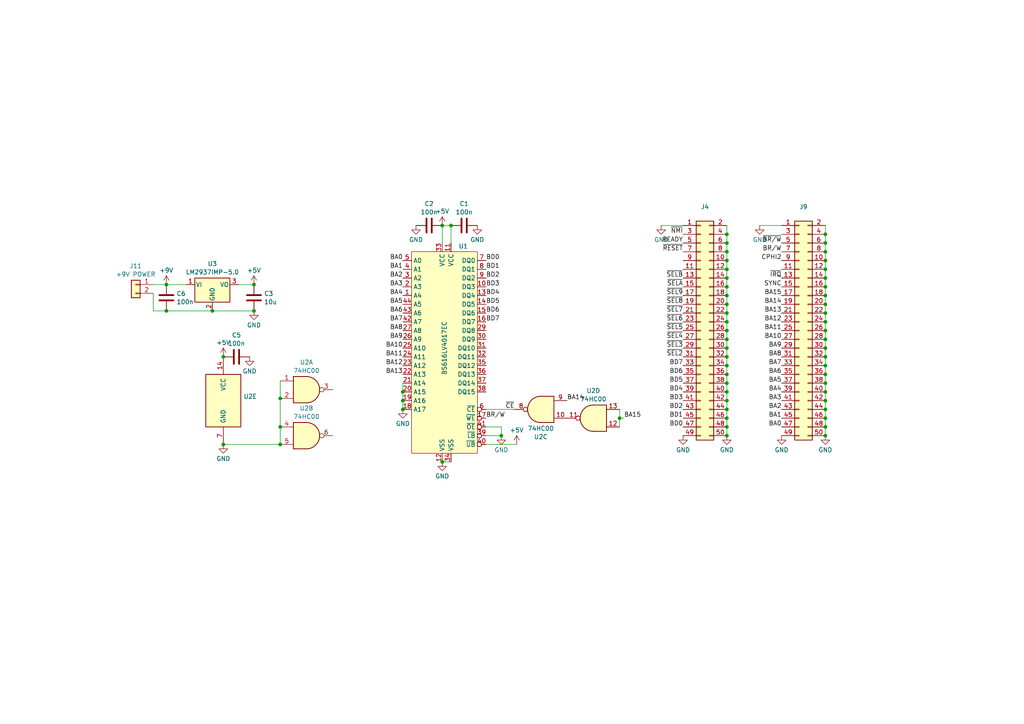
<source format=kicad_sch>
(kicad_sch (version 20230121) (generator eeschema)
  (paper "A4")
  (title_block (title "CBM PET SRAM Expansion") (date "2023-11-12") (rev "2") (company "CCC Basel"))
  (lib_symbols
    (symbol "74xx:74HC00" (pin_names (offset 1.016))
      (property "Reference" "U" (at 0 1.27 0))
      (property "Value" "74HC00" (at 0 -1.27 0))
      (symbol "74HC00_1_1"
        (arc (start 0 -3.81) (mid 3.7934 0) (end 0 3.81) (stroke (width 0.254)) (fill (type background)))
        (polyline (pts (xy 0 3.81) (xy -3.81 3.81) (xy -3.81 -3.81) (xy 0 -3.81)) (stroke (width 0.254)) (fill (type background)))
        (pin input line (at -7.62 2.54 0) (length 3.81) (name "~") (number "1"))
        (pin input line (at -7.62 -2.54 0) (length 3.81) (name "~") (number "2"))
        (pin output inverted (at 7.62 0 180) (length 3.81) (name "~") (number "3"))
      )
      (symbol "74HC00_1_2"
        (arc (start -3.81 -3.81) (mid -2.589 0) (end -3.81 3.81) (stroke (width 0.254)))
        (arc (start -0.6096 -3.81) (mid 2.1842 -2.5851) (end 3.81 0) (stroke (width 0.254)) (fill (type background)))
        (polyline (pts (xy -3.81 -3.81) (xy -0.635 -3.81)) (stroke (width 0.254)) (fill (type background)))
        (polyline (pts (xy -3.81 3.81) (xy -0.635 3.81)) (stroke (width 0.254)) (fill (type background)))
        (polyline (pts (xy -0.635 3.81) (xy -3.81 3.81) (xy -3.81 3.81) (xy -3.556 3.4036) (xy -3.0226 2.2606) (xy -2.6924 1.0414) (xy -2.6162 -0.254) (xy -2.7686 -1.4986) (xy -3.175 -2.7178) (xy -3.81 -3.81) (xy -3.81 -3.81) (xy -0.635 -3.81)) (stroke (width -25.4)) (fill (type background)))
        (arc (start 3.81 0) (mid 2.1915 2.5936) (end -0.6096 3.81) (stroke (width 0.254)) (fill (type background)))
        (pin input inverted (at -7.62 2.54 0) (length 4.318) (name "~") (number "1"))
        (pin input inverted (at -7.62 -2.54 0) (length 4.318) (name "~") (number "2"))
        (pin output line (at 7.62 0 180) (length 3.81) (name "~") (number "3"))
      )
      (symbol "74HC00_2_1"
        (arc (start 0 -3.81) (mid 3.7934 0) (end 0 3.81) (stroke (width 0.254)) (fill (type background)))
        (polyline (pts (xy 0 3.81) (xy -3.81 3.81) (xy -3.81 -3.81) (xy 0 -3.81)) (stroke (width 0.254)) (fill (type background)))
        (pin input line (at -7.62 2.54 0) (length 3.81) (name "~") (number "4"))
        (pin input line (at -7.62 -2.54 0) (length 3.81) (name "~") (number "5"))
        (pin output inverted (at 7.62 0 180) (length 3.81) (name "~") (number "6"))
      )
      (symbol "74HC00_2_2"
        (arc (start -3.81 -3.81) (mid -2.589 0) (end -3.81 3.81) (stroke (width 0.254)))
        (arc (start -0.6096 -3.81) (mid 2.1842 -2.5851) (end 3.81 0) (stroke (width 0.254)) (fill (type background)))
        (polyline (pts (xy -3.81 -3.81) (xy -0.635 -3.81)) (stroke (width 0.254)) (fill (type background)))
        (polyline (pts (xy -3.81 3.81) (xy -0.635 3.81)) (stroke (width 0.254)) (fill (type background)))
        (polyline (pts (xy -0.635 3.81) (xy -3.81 3.81) (xy -3.81 3.81) (xy -3.556 3.4036) (xy -3.0226 2.2606) (xy -2.6924 1.0414) (xy -2.6162 -0.254) (xy -2.7686 -1.4986) (xy -3.175 -2.7178) (xy -3.81 -3.81) (xy -3.81 -3.81) (xy -0.635 -3.81)) (stroke (width -25.4)) (fill (type background)))
        (arc (start 3.81 0) (mid 2.1915 2.5936) (end -0.6096 3.81) (stroke (width 0.254)) (fill (type background)))
        (pin input inverted (at -7.62 2.54 0) (length 4.318) (name "~") (number "4"))
        (pin input inverted (at -7.62 -2.54 0) (length 4.318) (name "~") (number "5"))
        (pin output line (at 7.62 0 180) (length 3.81) (name "~") (number "6"))
      )
      (symbol "74HC00_3_1"
        (arc (start 0 -3.81) (mid 3.7934 0) (end 0 3.81) (stroke (width 0.254)) (fill (type background)))
        (polyline (pts (xy 0 3.81) (xy -3.81 3.81) (xy -3.81 -3.81) (xy 0 -3.81)) (stroke (width 0.254)) (fill (type background)))
        (pin input line (at -7.62 -2.54 0) (length 3.81) (name "~") (number "10"))
        (pin output inverted (at 7.62 0 180) (length 3.81) (name "~") (number "8"))
        (pin input line (at -7.62 2.54 0) (length 3.81) (name "~") (number "9"))
      )
      (symbol "74HC00_3_2"
        (arc (start -3.81 -3.81) (mid -2.589 0) (end -3.81 3.81) (stroke (width 0.254)))
        (arc (start -0.6096 -3.81) (mid 2.1842 -2.5851) (end 3.81 0) (stroke (width 0.254)) (fill (type background)))
        (polyline (pts (xy -3.81 -3.81) (xy -0.635 -3.81)) (stroke (width 0.254)) (fill (type background)))
        (polyline (pts (xy -3.81 3.81) (xy -0.635 3.81)) (stroke (width 0.254)) (fill (type background)))
        (polyline (pts (xy -0.635 3.81) (xy -3.81 3.81) (xy -3.81 3.81) (xy -3.556 3.4036) (xy -3.0226 2.2606) (xy -2.6924 1.0414) (xy -2.6162 -0.254) (xy -2.7686 -1.4986) (xy -3.175 -2.7178) (xy -3.81 -3.81) (xy -3.81 -3.81) (xy -0.635 -3.81)) (stroke (width -25.4)) (fill (type background)))
        (arc (start 3.81 0) (mid 2.1915 2.5936) (end -0.6096 3.81) (stroke (width 0.254)) (fill (type background)))
        (pin input inverted (at -7.62 -2.54 0) (length 4.318) (name "~") (number "10"))
        (pin output line (at 7.62 0 180) (length 3.81) (name "~") (number "8"))
        (pin input inverted (at -7.62 2.54 0) (length 4.318) (name "~") (number "9"))
      )
      (symbol "74HC00_4_1"
        (arc (start 0 -3.81) (mid 3.7934 0) (end 0 3.81) (stroke (width 0.254)) (fill (type background)))
        (polyline (pts (xy 0 3.81) (xy -3.81 3.81) (xy -3.81 -3.81) (xy 0 -3.81)) (stroke (width 0.254)) (fill (type background)))
        (pin output inverted (at 7.62 0 180) (length 3.81) (name "~") (number "11"))
        (pin input line (at -7.62 2.54 0) (length 3.81) (name "~") (number "12"))
        (pin input line (at -7.62 -2.54 0) (length 3.81) (name "~") (number "13"))
      )
      (symbol "74HC00_4_2"
        (arc (start -3.81 -3.81) (mid -2.589 0) (end -3.81 3.81) (stroke (width 0.254)))
        (arc (start -0.6096 -3.81) (mid 2.1842 -2.5851) (end 3.81 0) (stroke (width 0.254)) (fill (type background)))
        (polyline (pts (xy -3.81 -3.81) (xy -0.635 -3.81)) (stroke (width 0.254)) (fill (type background)))
        (polyline (pts (xy -3.81 3.81) (xy -0.635 3.81)) (stroke (width 0.254)) (fill (type background)))
        (polyline (pts (xy -0.635 3.81) (xy -3.81 3.81) (xy -3.81 3.81) (xy -3.556 3.4036) (xy -3.0226 2.2606) (xy -2.6924 1.0414) (xy -2.6162 -0.254) (xy -2.7686 -1.4986) (xy -3.175 -2.7178) (xy -3.81 -3.81) (xy -3.81 -3.81) (xy -0.635 -3.81)) (stroke (width -25.4)) (fill (type background)))
        (arc (start 3.81 0) (mid 2.1915 2.5936) (end -0.6096 3.81) (stroke (width 0.254)) (fill (type background)))
        (pin output line (at 7.62 0 180) (length 3.81) (name "~") (number "11"))
        (pin input inverted (at -7.62 2.54 0) (length 4.318) (name "~") (number "12"))
        (pin input inverted (at -7.62 -2.54 0) (length 4.318) (name "~") (number "13"))
      )
      (symbol "74HC00_5_0"
        (pin power_in line (at 0 12.7 270) (length 5.08) (name "VCC") (number "14"))
        (pin power_in line (at 0 -12.7 90) (length 5.08) (name "GND") (number "7"))
      )
      (symbol "74HC00_5_1"
        (rectangle (start -5.08 7.62) (end 5.08 -7.62) (stroke (width 0.254)) (fill (type background)))
      )
    )
    (symbol "Connector_Generic:Conn_01x02" (pin_names (offset 1.016) hide)
      (property "Reference" "J" (at 0 2.54 0))
      (property "Value" "Conn_01x02" (at 0 -5.08 0))
      (symbol "Conn_01x02_1_1"
        (rectangle (start -1.27 -2.413) (end 0 -2.667) (stroke (width 0.1524)))
        (rectangle (start -1.27 0.127) (end 0 -0.127) (stroke (width 0.1524)))
        (rectangle (start -1.27 1.27) (end 1.27 -3.81) (stroke (width 0.254)) (fill (type background)))
        (pin passive line (at -5.08 0 0) (length 3.81) (name "Pin_1") (number "1"))
        (pin passive line (at -5.08 -2.54 0) (length 3.81) (name "Pin_2") (number "2"))
      )
    )
    (symbol "Connector_Generic:Conn_02x25_Odd_Even" (pin_names (offset 1.016) hide)
      (property "Reference" "J" (at 1.27 33.02 0))
      (property "Value" "Conn_02x25_Odd_Even" (at 1.27 -33.02 0))
      (symbol "Conn_02x25_Odd_Even_1_1"
        (rectangle (start -1.27 -30.353) (end 0 -30.607) (stroke (width 0.1524)))
        (rectangle (start -1.27 -27.813) (end 0 -28.067) (stroke (width 0.1524)))
        (rectangle (start -1.27 -25.273) (end 0 -25.527) (stroke (width 0.1524)))
        (rectangle (start -1.27 -22.733) (end 0 -22.987) (stroke (width 0.1524)))
        (rectangle (start -1.27 -20.193) (end 0 -20.447) (stroke (width 0.1524)))
        (rectangle (start -1.27 -17.653) (end 0 -17.907) (stroke (width 0.1524)))
        (rectangle (start -1.27 -15.113) (end 0 -15.367) (stroke (width 0.1524)))
        (rectangle (start -1.27 -12.573) (end 0 -12.827) (stroke (width 0.1524)))
        (rectangle (start -1.27 -10.033) (end 0 -10.287) (stroke (width 0.1524)))
        (rectangle (start -1.27 -7.493) (end 0 -7.747) (stroke (width 0.1524)))
        (rectangle (start -1.27 -4.953) (end 0 -5.207) (stroke (width 0.1524)))
        (rectangle (start -1.27 -2.413) (end 0 -2.667) (stroke (width 0.1524)))
        (rectangle (start -1.27 0.127) (end 0 -0.127) (stroke (width 0.1524)))
        (rectangle (start -1.27 2.667) (end 0 2.413) (stroke (width 0.1524)))
        (rectangle (start -1.27 5.207) (end 0 4.953) (stroke (width 0.1524)))
        (rectangle (start -1.27 7.747) (end 0 7.493) (stroke (width 0.1524)))
        (rectangle (start -1.27 10.287) (end 0 10.033) (stroke (width 0.1524)))
        (rectangle (start -1.27 12.827) (end 0 12.573) (stroke (width 0.1524)))
        (rectangle (start -1.27 15.367) (end 0 15.113) (stroke (width 0.1524)))
        (rectangle (start -1.27 17.907) (end 0 17.653) (stroke (width 0.1524)))
        (rectangle (start -1.27 20.447) (end 0 20.193) (stroke (width 0.1524)))
        (rectangle (start -1.27 22.987) (end 0 22.733) (stroke (width 0.1524)))
        (rectangle (start -1.27 25.527) (end 0 25.273) (stroke (width 0.1524)))
        (rectangle (start -1.27 28.067) (end 0 27.813) (stroke (width 0.1524)))
        (rectangle (start -1.27 30.607) (end 0 30.353) (stroke (width 0.1524)))
        (rectangle (start -1.27 31.75) (end 3.81 -31.75) (stroke (width 0.254)) (fill (type background)))
        (rectangle (start 3.81 -30.353) (end 2.54 -30.607) (stroke (width 0.1524)))
        (rectangle (start 3.81 -27.813) (end 2.54 -28.067) (stroke (width 0.1524)))
        (rectangle (start 3.81 -25.273) (end 2.54 -25.527) (stroke (width 0.1524)))
        (rectangle (start 3.81 -22.733) (end 2.54 -22.987) (stroke (width 0.1524)))
        (rectangle (start 3.81 -20.193) (end 2.54 -20.447) (stroke (width 0.1524)))
        (rectangle (start 3.81 -17.653) (end 2.54 -17.907) (stroke (width 0.1524)))
        (rectangle (start 3.81 -15.113) (end 2.54 -15.367) (stroke (width 0.1524)))
        (rectangle (start 3.81 -12.573) (end 2.54 -12.827) (stroke (width 0.1524)))
        (rectangle (start 3.81 -10.033) (end 2.54 -10.287) (stroke (width 0.1524)))
        (rectangle (start 3.81 -7.493) (end 2.54 -7.747) (stroke (width 0.1524)))
        (rectangle (start 3.81 -4.953) (end 2.54 -5.207) (stroke (width 0.1524)))
        (rectangle (start 3.81 -2.413) (end 2.54 -2.667) (stroke (width 0.1524)))
        (rectangle (start 3.81 0.127) (end 2.54 -0.127) (stroke (width 0.1524)))
        (rectangle (start 3.81 2.667) (end 2.54 2.413) (stroke (width 0.1524)))
        (rectangle (start 3.81 5.207) (end 2.54 4.953) (stroke (width 0.1524)))
        (rectangle (start 3.81 7.747) (end 2.54 7.493) (stroke (width 0.1524)))
        (rectangle (start 3.81 10.287) (end 2.54 10.033) (stroke (width 0.1524)))
        (rectangle (start 3.81 12.827) (end 2.54 12.573) (stroke (width 0.1524)))
        (rectangle (start 3.81 15.367) (end 2.54 15.113) (stroke (width 0.1524)))
        (rectangle (start 3.81 17.907) (end 2.54 17.653) (stroke (width 0.1524)))
        (rectangle (start 3.81 20.447) (end 2.54 20.193) (stroke (width 0.1524)))
        (rectangle (start 3.81 22.987) (end 2.54 22.733) (stroke (width 0.1524)))
        (rectangle (start 3.81 25.527) (end 2.54 25.273) (stroke (width 0.1524)))
        (rectangle (start 3.81 28.067) (end 2.54 27.813) (stroke (width 0.1524)))
        (rectangle (start 3.81 30.607) (end 2.54 30.353) (stroke (width 0.1524)))
        (pin passive line (at -5.08 30.48 0) (length 3.81) (name "Pin_1") (number "1"))
        (pin passive line (at 7.62 20.32 180) (length 3.81) (name "Pin_10") (number "10"))
        (pin passive line (at -5.08 17.78 0) (length 3.81) (name "Pin_11") (number "11"))
        (pin passive line (at 7.62 17.78 180) (length 3.81) (name "Pin_12") (number "12"))
        (pin passive line (at -5.08 15.24 0) (length 3.81) (name "Pin_13") (number "13"))
        (pin passive line (at 7.62 15.24 180) (length 3.81) (name "Pin_14") (number "14"))
        (pin passive line (at -5.08 12.7 0) (length 3.81) (name "Pin_15") (number "15"))
        (pin passive line (at 7.62 12.7 180) (length 3.81) (name "Pin_16") (number "16"))
        (pin passive line (at -5.08 10.16 0) (length 3.81) (name "Pin_17") (number "17"))
        (pin passive line (at 7.62 10.16 180) (length 3.81) (name "Pin_18") (number "18"))
        (pin passive line (at -5.08 7.62 0) (length 3.81) (name "Pin_19") (number "19"))
        (pin passive line (at 7.62 30.48 180) (length 3.81) (name "Pin_2") (number "2"))
        (pin passive line (at 7.62 7.62 180) (length 3.81) (name "Pin_20") (number "20"))
        (pin passive line (at -5.08 5.08 0) (length 3.81) (name "Pin_21") (number "21"))
        (pin passive line (at 7.62 5.08 180) (length 3.81) (name "Pin_22") (number "22"))
        (pin passive line (at -5.08 2.54 0) (length 3.81) (name "Pin_23") (number "23"))
        (pin passive line (at 7.62 2.54 180) (length 3.81) (name "Pin_24") (number "24"))
        (pin passive line (at -5.08 0 0) (length 3.81) (name "Pin_25") (number "25"))
        (pin passive line (at 7.62 0 180) (length 3.81) (name "Pin_26") (number "26"))
        (pin passive line (at -5.08 -2.54 0) (length 3.81) (name "Pin_27") (number "27"))
        (pin passive line (at 7.62 -2.54 180) (length 3.81) (name "Pin_28") (number "28"))
        (pin passive line (at -5.08 -5.08 0) (length 3.81) (name "Pin_29") (number "29"))
        (pin passive line (at -5.08 27.94 0) (length 3.81) (name "Pin_3") (number "3"))
        (pin passive line (at 7.62 -5.08 180) (length 3.81) (name "Pin_30") (number "30"))
        (pin passive line (at -5.08 -7.62 0) (length 3.81) (name "Pin_31") (number "31"))
        (pin passive line (at 7.62 -7.62 180) (length 3.81) (name "Pin_32") (number "32"))
        (pin passive line (at -5.08 -10.16 0) (length 3.81) (name "Pin_33") (number "33"))
        (pin passive line (at 7.62 -10.16 180) (length 3.81) (name "Pin_34") (number "34"))
        (pin passive line (at -5.08 -12.7 0) (length 3.81) (name "Pin_35") (number "35"))
        (pin passive line (at 7.62 -12.7 180) (length 3.81) (name "Pin_36") (number "36"))
        (pin passive line (at -5.08 -15.24 0) (length 3.81) (name "Pin_37") (number "37"))
        (pin passive line (at 7.62 -15.24 180) (length 3.81) (name "Pin_38") (number "38"))
        (pin passive line (at -5.08 -17.78 0) (length 3.81) (name "Pin_39") (number "39"))
        (pin passive line (at 7.62 27.94 180) (length 3.81) (name "Pin_4") (number "4"))
        (pin passive line (at 7.62 -17.78 180) (length 3.81) (name "Pin_40") (number "40"))
        (pin passive line (at -5.08 -20.32 0) (length 3.81) (name "Pin_41") (number "41"))
        (pin passive line (at 7.62 -20.32 180) (length 3.81) (name "Pin_42") (number "42"))
        (pin passive line (at -5.08 -22.86 0) (length 3.81) (name "Pin_43") (number "43"))
        (pin passive line (at 7.62 -22.86 180) (length 3.81) (name "Pin_44") (number "44"))
        (pin passive line (at -5.08 -25.4 0) (length 3.81) (name "Pin_45") (number "45"))
        (pin passive line (at 7.62 -25.4 180) (length 3.81) (name "Pin_46") (number "46"))
        (pin passive line (at -5.08 -27.94 0) (length 3.81) (name "Pin_47") (number "47"))
        (pin passive line (at 7.62 -27.94 180) (length 3.81) (name "Pin_48") (number "48"))
        (pin passive line (at -5.08 -30.48 0) (length 3.81) (name "Pin_49") (number "49"))
        (pin passive line (at -5.08 25.4 0) (length 3.81) (name "Pin_5") (number "5"))
        (pin passive line (at 7.62 -30.48 180) (length 3.81) (name "Pin_50") (number "50"))
        (pin passive line (at 7.62 25.4 180) (length 3.81) (name "Pin_6") (number "6"))
        (pin passive line (at -5.08 22.86 0) (length 3.81) (name "Pin_7") (number "7"))
        (pin passive line (at 7.62 22.86 180) (length 3.81) (name "Pin_8") (number "8"))
        (pin passive line (at -5.08 20.32 0) (length 3.81) (name "Pin_9") (number "9"))
      )
    )
    (symbol "Device:C" (pin_numbers hide) (pin_names (offset 0.254))
      (property "Reference" "C" (at 0.635 2.54 0))
      (property "Value" "C" (at 0.635 -2.54 0))
      (symbol "C_0_1"
        (polyline (pts (xy -2.032 -0.762) (xy 2.032 -0.762)) (stroke (width 0.508)))
        (polyline (pts (xy -2.032 0.762) (xy 2.032 0.762)) (stroke (width 0.508)))
      )
      (symbol "C_1_1"
        (pin passive line (at 0 3.81 270) (length 2.794) (name "~") (number "1"))
        (pin passive line (at 0 -3.81 90) (length 2.794) (name "~") (number "2"))
      )
    )
    (symbol "Regulator_Linear:LM2937xMP" (pin_names (offset 0.254))
      (property "Reference" "U" (at -3.81 3.175 0))
      (property "Value" "LM2937xMP" (at 0 3.175 0))
      (symbol "LM2937xMP_0_1"
        (rectangle (start -5.08 -5.08) (end 5.08 1.905) (stroke (width 0.254)) (fill (type background)))
      )
      (symbol "LM2937xMP_1_1"
        (pin power_in line (at -7.62 0 0) (length 2.54) (name "VI") (number "1"))
        (pin power_in line (at 0 -7.62 90) (length 2.54) (name "GND") (number "2"))
        (pin power_out line (at 7.62 0 180) (length 2.54) (name "VO") (number "3"))
      )
    )
    (symbol "oni:BS616LV4017EC"
      (property "Reference" "U" (at 5.08 -30.48 0))
      (property "Value" "BS616LV4017EC" (at 0 0 90))
      (symbol "BS616LV4017EC_1_1"
        (rectangle (start -10.16 29.21) (end 8.89 -29.21) (fill (type background)))
        (pin input line (at -12.7 16.51 0) (length 2.54) (name "A4") (number "1"))
        (pin tri_state line (at 11.43 19.05 180) (length 2.54) (name "DQ3") (number "10"))
        (pin power_in line (at 1.27 31.75 270) (length 2.54) (name "VCC") (number "11"))
        (pin power_in line (at -1.27 -31.75 90) (length 2.54) (name "VSS") (number "12"))
        (pin tri_state line (at 11.43 16.51 180) (length 2.54) (name "DQ4") (number "13"))
        (pin tri_state line (at 11.43 13.97 180) (length 2.54) (name "DQ5") (number "14"))
        (pin tri_state line (at 11.43 11.43 180) (length 2.54) (name "DQ6") (number "15"))
        (pin tri_state line (at 11.43 8.89 180) (length 2.54) (name "DQ7") (number "16"))
        (pin input inverted (at 11.43 -19.05 180) (length 2.54) (name "~{WE}") (number "17"))
        (pin input line (at -12.7 -16.51 0) (length 2.54) (name "A17") (number "18"))
        (pin input line (at -12.7 -13.97 0) (length 2.54) (name "A16") (number "19"))
        (pin input line (at -12.7 19.05 0) (length 2.54) (name "A3") (number "2"))
        (pin input line (at -12.7 -11.43 0) (length 2.54) (name "A15") (number "20"))
        (pin input line (at -12.7 -8.89 0) (length 2.54) (name "A14") (number "21"))
        (pin input line (at -12.7 -6.35 0) (length 2.54) (name "A13") (number "22"))
        (pin input line (at -12.7 -3.81 0) (length 2.54) (name "A12") (number "23"))
        (pin input line (at -12.7 -1.27 0) (length 2.54) (name "A11") (number "24"))
        (pin input line (at -12.7 1.27 0) (length 2.54) (name "A10") (number "25"))
        (pin input line (at -12.7 3.81 0) (length 2.54) (name "A9") (number "26"))
        (pin input line (at -12.7 6.35 0) (length 2.54) (name "A8") (number "27"))
        (pin no_connect line (at -12.7 -26.67 0) (length 2.54) hide (name "NC") (number "28"))
        (pin tri_state line (at 11.43 6.35 180) (length 2.54) (name "DQ8") (number "29"))
        (pin input line (at -12.7 21.59 0) (length 2.54) (name "A2") (number "3"))
        (pin tri_state line (at 11.43 3.81 180) (length 2.54) (name "DQ9") (number "30"))
        (pin tri_state line (at 11.43 1.27 180) (length 2.54) (name "DQ10") (number "31"))
        (pin tri_state line (at 11.43 -1.27 180) (length 2.54) (name "DQ11") (number "32"))
        (pin power_in line (at -1.27 31.75 270) (length 2.54) (name "VCC") (number "33"))
        (pin power_in line (at 1.27 -31.75 90) (length 2.54) (name "VSS") (number "34"))
        (pin tri_state line (at 11.43 -3.81 180) (length 2.54) (name "DQ12") (number "35"))
        (pin tri_state line (at 11.43 -6.35 180) (length 2.54) (name "DQ13") (number "36"))
        (pin tri_state line (at 11.43 -8.89 180) (length 2.54) (name "DQ14") (number "37"))
        (pin tri_state line (at 11.43 -11.43 180) (length 2.54) (name "DQ15") (number "38"))
        (pin input inverted (at 11.43 -24.13 180) (length 2.54) (name "~{LB}") (number "39"))
        (pin input line (at -12.7 24.13 0) (length 2.54) (name "A1") (number "4"))
        (pin input inverted (at 11.43 -26.67 180) (length 2.54) (name "~{UB}") (number "40"))
        (pin input inverted (at 11.43 -21.59 180) (length 2.54) (name "~{OE}") (number "41"))
        (pin input line (at -12.7 8.89 0) (length 2.54) (name "A7") (number "42"))
        (pin input line (at -12.7 11.43 0) (length 2.54) (name "A6") (number "43"))
        (pin input line (at -12.7 13.97 0) (length 2.54) (name "A5") (number "44"))
        (pin input line (at -12.7 26.67 0) (length 2.54) (name "A0") (number "5"))
        (pin input inverted (at 11.43 -16.51 180) (length 2.54) (name "~{CE}") (number "6"))
        (pin tri_state line (at 11.43 26.67 180) (length 2.54) (name "DQ0") (number "7"))
        (pin tri_state line (at 11.43 24.13 180) (length 2.54) (name "DQ1") (number "8"))
        (pin tri_state line (at 11.43 21.59 180) (length 2.54) (name "DQ2") (number "9"))
      )
    )
    (symbol "power:+5V" (power) (pin_names (offset 0))
      (property "Value" "+5V" (at 0 3.556 0))
      (symbol "+5V_0_1"
        (polyline (pts (xy -0.762 1.27) (xy 0 2.54)))
        (polyline (pts (xy 0 0) (xy 0 2.54)))
        (polyline (pts (xy 0 2.54) (xy 0.762 1.27)))
      )
      (symbol "+5V_1_1"
        (pin power_in line (at 0 0 90) (length 0) hide (name "+5V") (number "1"))
      )
    )
    (symbol "power:+9V" (power) (pin_names (offset 0))
      (property "Value" "+9V" (at 0 3.556 0))
      (symbol "+9V_0_1"
        (polyline (pts (xy -0.762 1.27) (xy 0 2.54)))
        (polyline (pts (xy 0 0) (xy 0 2.54)))
        (polyline (pts (xy 0 2.54) (xy 0.762 1.27)))
      )
      (symbol "+9V_1_1"
        (pin power_in line (at 0 0 90) (length 0) hide (name "+9V") (number "1"))
      )
    )
    (symbol "power:GND" (power) (pin_names (offset 0))
      (property "Value" "GND" (at 0 -3.81 0))
      (symbol "GND_0_1"
        (polyline (pts (xy 0 0) (xy 0 -1.27) (xy 1.27 -1.27) (xy 0 -2.54) (xy -1.27 -1.27) (xy 0 -1.27)))
      )
      (symbol "GND_1_1"
        (pin power_in line (at 0 0 270) (length 0) hide (name "GND") (number "1"))
      )
    )
  )
  (junction (at 64.77 128.905))
  (junction (at 239.395 90.805))
  (junction (at 239.395 108.585))
  (junction (at 81.28 128.905))
  (junction (at 239.395 116.205))
  (junction (at 210.82 88.265))
  (junction (at 239.395 93.345))
  (junction (at 210.82 111.125))
  (junction (at 239.395 80.645))
  (junction (at 239.395 67.945))
  (junction (at 239.395 118.745))
  (junction (at 239.395 88.265))
  (junction (at 81.28 115.57))
  (junction (at 73.66 90.17))
  (junction (at 210.82 123.825))
  (junction (at 128.27 133.985))
  (junction (at 210.82 85.725))
  (junction (at 116.84 113.665))
  (junction (at 239.395 70.485))
  (junction (at 239.395 123.825))
  (junction (at 81.28 123.825))
  (junction (at 116.84 118.745))
  (junction (at 239.395 83.185))
  (junction (at 210.82 67.945))
  (junction (at 210.82 103.505))
  (junction (at 239.395 126.365))
  (junction (at 239.395 98.425))
  (junction (at 239.395 111.125))
  (junction (at 210.82 75.565))
  (junction (at 48.26 90.17))
  (junction (at 239.395 75.565))
  (junction (at 210.82 126.365))
  (junction (at 61.595 90.17))
  (junction (at 210.82 95.885))
  (junction (at 239.395 121.285))
  (junction (at 239.395 95.885))
  (junction (at 73.66 82.55))
  (junction (at 130.81 65.405))
  (junction (at 210.82 100.965))
  (junction (at 210.82 121.285))
  (junction (at 179.705 121.285))
  (junction (at 210.82 90.805))
  (junction (at 145.415 126.365))
  (junction (at 48.26 82.55))
  (junction (at 239.395 106.045))
  (junction (at 239.395 78.105))
  (junction (at 210.82 98.425))
  (junction (at 239.395 85.725))
  (junction (at 64.77 103.505))
  (junction (at 210.82 83.185))
  (junction (at 210.82 108.585))
  (junction (at 210.82 78.105))
  (junction (at 239.395 113.665))
  (junction (at 239.395 103.505))
  (junction (at 128.27 65.405))
  (junction (at 239.395 73.025))
  (junction (at 210.82 106.045))
  (junction (at 210.82 118.745))
  (junction (at 116.84 116.205))
  (junction (at 239.395 100.965))
  (junction (at 210.82 113.665))
  (junction (at 210.82 116.205))
  (junction (at 210.82 73.025))
  (junction (at 210.82 70.485))
  (junction (at 210.82 80.645))
  (junction (at 210.82 93.345))
  (wire (pts (xy 239.395 121.285) (xy 239.395 123.825)))
  (wire (pts (xy 210.82 116.205) (xy 210.82 118.745)))
  (wire (pts (xy 210.82 98.425) (xy 210.82 100.965)))
  (wire (pts (xy 210.82 78.105) (xy 210.82 80.645)))
  (wire (pts (xy 239.395 113.665) (xy 239.395 116.205)))
  (wire (pts (xy 210.82 83.185) (xy 210.82 85.725)))
  (wire (pts (xy 210.82 90.805) (xy 210.82 93.345)))
  (wire (pts (xy 48.26 90.17) (xy 61.595 90.17)))
  (wire (pts (xy 116.84 116.205) (xy 116.84 118.745)))
  (wire (pts (xy 239.395 108.585) (xy 239.395 111.125)))
  (wire (pts (xy 239.395 98.425) (xy 239.395 100.965)))
  (wire (pts (xy 210.82 108.585) (xy 210.82 111.125)))
  (wire (pts (xy 180.975 121.285) (xy 179.705 121.285)))
  (wire (pts (xy 210.82 88.265) (xy 210.82 90.805)))
  (wire (pts (xy 44.45 82.55) (xy 48.26 82.55)))
  (wire (pts (xy 239.395 100.965) (xy 239.395 103.505)))
  (wire (pts (xy 116.84 111.125) (xy 116.84 113.665)))
  (wire (pts (xy 239.395 106.045) (xy 239.395 108.585)))
  (wire (pts (xy 210.82 103.505) (xy 210.82 106.045)))
  (wire (pts (xy 140.97 126.365) (xy 145.415 126.365)))
  (wire (pts (xy 239.395 111.125) (xy 239.395 113.665)))
  (wire (pts (xy 239.395 73.025) (xy 239.395 75.565)))
  (wire (pts (xy 210.82 95.885) (xy 210.82 98.425)))
  (wire (pts (xy 191.77 65.405) (xy 198.12 65.405)))
  (wire (pts (xy 44.45 90.17) (xy 48.26 90.17)))
  (wire (pts (xy 116.84 113.665) (xy 116.84 116.205)))
  (wire (pts (xy 81.28 110.49) (xy 81.28 115.57)))
  (wire (pts (xy 210.82 100.965) (xy 210.82 103.505)))
  (wire (pts (xy 210.82 70.485) (xy 210.82 73.025)))
  (wire (pts (xy 239.395 116.205) (xy 239.395 118.745)))
  (wire (pts (xy 210.82 93.345) (xy 210.82 95.885)))
  (wire (pts (xy 179.705 121.285) (xy 179.705 118.745)))
  (wire (pts (xy 48.26 82.55) (xy 53.975 82.55)))
  (wire (pts (xy 210.82 123.825) (xy 210.82 126.365)))
  (wire (pts (xy 128.27 65.405) (xy 128.27 70.485)))
  (wire (pts (xy 210.82 75.565) (xy 210.82 78.105)))
  (wire (pts (xy 140.97 128.905) (xy 149.86 128.905)))
  (wire (pts (xy 210.82 106.045) (xy 210.82 108.585)))
  (wire (pts (xy 239.395 118.745) (xy 239.395 121.285)))
  (wire (pts (xy 239.395 65.405) (xy 239.395 67.945)))
  (wire (pts (xy 128.27 133.985) (xy 130.81 133.985)))
  (wire (pts (xy 220.345 65.405) (xy 226.695 65.405)))
  (wire (pts (xy 64.77 128.905) (xy 81.28 128.905)))
  (wire (pts (xy 69.215 82.55) (xy 73.66 82.55)))
  (wire (pts (xy 179.705 121.285) (xy 179.705 123.825)))
  (wire (pts (xy 81.28 123.825) (xy 81.28 128.905)))
  (wire (pts (xy 239.395 123.825) (xy 239.395 126.365)))
  (wire (pts (xy 210.82 121.285) (xy 210.82 123.825)))
  (wire (pts (xy 145.415 123.825) (xy 145.415 126.365)))
  (wire (pts (xy 239.395 78.105) (xy 239.395 80.645)))
  (wire (pts (xy 210.82 111.125) (xy 210.82 113.665)))
  (wire (pts (xy 239.395 85.725) (xy 239.395 88.265)))
  (wire (pts (xy 239.395 88.265) (xy 239.395 90.805)))
  (wire (pts (xy 61.595 90.17) (xy 73.66 90.17)))
  (wire (pts (xy 128.27 65.405) (xy 130.81 65.405)))
  (wire (pts (xy 239.395 95.885) (xy 239.395 98.425)))
  (wire (pts (xy 239.395 90.805) (xy 239.395 93.345)))
  (wire (pts (xy 210.82 118.745) (xy 210.82 121.285)))
  (wire (pts (xy 210.82 65.405) (xy 210.82 67.945)))
  (wire (pts (xy 130.81 65.405) (xy 130.81 70.485)))
  (wire (pts (xy 81.28 115.57) (xy 81.28 123.825)))
  (wire (pts (xy 239.395 83.185) (xy 239.395 85.725)))
  (wire (pts (xy 140.97 118.745) (xy 149.225 118.745)))
  (wire (pts (xy 210.82 67.945) (xy 210.82 70.485)))
  (wire (pts (xy 210.82 85.725) (xy 210.82 88.265)))
  (wire (pts (xy 239.395 93.345) (xy 239.395 95.885)))
  (wire (pts (xy 210.82 73.025) (xy 210.82 75.565)))
  (wire (pts (xy 239.395 80.645) (xy 239.395 83.185)))
  (wire (pts (xy 239.395 103.505) (xy 239.395 106.045)))
  (wire (pts (xy 210.82 113.665) (xy 210.82 116.205)))
  (wire (pts (xy 239.395 75.565) (xy 239.395 78.105)))
  (wire (pts (xy 239.395 67.945) (xy 239.395 70.485)))
  (wire (pts (xy 140.97 123.825) (xy 145.415 123.825)))
  (wire (pts (xy 44.45 90.17) (xy 44.45 85.09)))
  (wire (pts (xy 239.395 70.485) (xy 239.395 73.025)))
  (wire (pts (xy 210.82 80.645) (xy 210.82 83.185)))
  (label "BA10" (at 116.84 100.965 180))
  (label "~{SEL4}" (at 198.12 98.425 180))
  (label "BA3" (at 116.84 83.185 180))
  (label "BA10" (at 226.695 98.425 180))
  (label "BA3" (at 226.695 116.205 180))
  (label "BD5" (at 140.97 88.265 0))
  (label "~{RESET}" (at 198.12 73.025 180))
  (label "BA9" (at 226.695 100.965 180))
  (label "BA12" (at 116.84 106.045 180))
  (label "BD7" (at 198.12 106.045 180))
  (label "BA8" (at 226.695 103.505 180))
  (label "~{IRQ}" (at 226.695 80.645 180))
  (label "BA13" (at 116.84 108.585 180))
  (label "BA0" (at 226.695 123.825 180))
  (label "BD6" (at 140.97 90.805 0))
  (label "BA12" (at 226.695 93.345 180))
  (label "BD0" (at 198.12 123.825 180))
  (label "SYNC" (at 226.695 83.185 180))
  (label "BA13" (at 226.695 90.805 180))
  (label "BA15" (at 180.975 121.285 0))
  (label "BR{slash}W" (at 226.695 73.025 180))
  (label "BD1" (at 140.97 78.105 0))
  (label "BA11" (at 226.695 95.885 180))
  (label "BA15" (at 226.695 85.725 180))
  (label "BA5" (at 116.84 88.265 180))
  (label "BA6" (at 226.695 108.585 180))
  (label "~{SEL9}" (at 198.12 85.725 180))
  (label "BA4" (at 116.84 85.725 180))
  (label "~{CE}" (at 149.225 118.745 180))
  (label "~{SELB}" (at 198.12 80.645 180))
  (label "BD3" (at 140.97 83.185 0))
  (label "BA6" (at 116.84 90.805 180))
  (label "~{SEL3}" (at 198.12 100.965 180))
  (label "BA4" (at 226.695 113.665 180))
  (label "~{BR{slash}W}" (at 226.695 70.485 180))
  (label "~{SEL8}" (at 198.12 88.265 180))
  (label "BD6" (at 198.12 108.585 180))
  (label "BD2" (at 198.12 118.745 180))
  (label "CPHI2" (at 226.695 75.565 180))
  (label "BD4" (at 140.97 85.725 0))
  (label "~{NMI}" (at 198.12 67.945 180))
  (label "BD3" (at 198.12 116.205 180))
  (label "BA11" (at 116.84 103.505 180))
  (label "BA14" (at 226.695 88.265 180))
  (label "READY" (at 198.12 70.485 180))
  (label "~{SEL2}" (at 198.12 103.505 180))
  (label "BA9" (at 116.84 98.425 180))
  (label "BA2" (at 226.695 118.745 180))
  (label "BD7" (at 140.97 93.345 0))
  (label "BA7" (at 116.84 93.345 180))
  (label "BA5" (at 226.695 111.125 180))
  (label "BD5" (at 198.12 111.125 180))
  (label "BA0" (at 116.84 75.565 180))
  (label "BD4" (at 198.12 113.665 180))
  (label "BR{slash}W" (at 140.97 121.285 0))
  (label "BA14" (at 164.465 116.205 0))
  (label "~{SEL7}" (at 198.12 90.805 180))
  (label "BA1" (at 226.695 121.285 180))
  (label "~{SEL5}" (at 198.12 95.885 180))
  (label "~{SEL6}" (at 198.12 93.345 180))
  (label "BA1" (at 116.84 78.105 180))
  (label "BD1" (at 198.12 121.285 180))
  (label "BA2" (at 116.84 80.645 180))
  (label "BA7" (at 226.695 106.045 180))
  (label "BD0" (at 140.97 75.565 0))
  (label "BA8" (at 116.84 95.885 180))
  (label "~{SELA}" (at 198.12 83.185 180))
  (label "BD2" (at 140.97 80.645 0))
  (symbol (lib_id "power:GND") (at 226.695 126.365 0) (unit 1)
    (property "Reference" "#PWR011" (effects hide))
    (property "Value" "GND" (at 226.695 130.4981 0))
  )
  (symbol (lib_id "power:GND") (at 64.77 128.905 0) (unit 1)
    (property "Reference" "#PWR016" (effects hide))
    (property "Value" "GND" (at 64.77 133.0381 0))
  )
  (symbol (lib_id "power:GND") (at 220.345 65.405 0) (unit 1)
    (property "Reference" "#PWR010" (effects hide))
    (property "Value" "GND" (at 220.345 69.5381 0))
  )
  (symbol (lib_id "74xx:74HC00") (at 172.085 121.285 180) (unit 4)
    (property "Reference" "U2" (at 172.0933 113.3307 0))
    (property "Value" "74HC00" (at 172.0933 115.7549 0))
    (property "Footprint" "Package_SO:SOIC-14_3.9x8.7mm_P1.27mm" (effects hide))
    (property "Datasheet" "http://www.ti.com/lit/gpn/sn74hc00" (effects hide))
  )
  (symbol (lib_id "Connector_Generic:Conn_01x02") (at 39.37 82.55 0) (mirror y) (unit 1)
    (property "Reference" "J11" (at 39.37 77.1357 0))
    (property "Value" "+9V POWER" (at 39.37 79.5599 0))
    (property "Footprint" "Connector_PinHeader_2.54mm:PinHeader_1x02_P2.54mm_Horizontal" (effects hide))
  )
  (symbol (lib_id "power:GND") (at 210.82 126.365 0) (unit 1)
    (property "Reference" "#PWR07" (effects hide))
    (property "Value" "GND" (at 210.82 130.4981 0))
  )
  (symbol (lib_id "Device:C") (at 68.58 103.505 90) (unit 1)
    (property "Reference" "C5" (at 68.58 97.2017 90))
    (property "Value" "100n" (at 68.58 99.6259 90))
    (property "Footprint" "Capacitor_SMD:C_0805_2012Metric" (effects hide))
  )
  (symbol (lib_id "power:+5V") (at 128.27 65.405 0) (unit 1)
    (property "Reference" "#PWR04" (effects hide))
    (property "Value" "+5V" (at 128.27 61.2719 0))
  )
  (symbol (lib_id "power:GND") (at 120.65 65.405 0) (unit 1)
    (property "Reference" "#PWR06" (effects hide))
    (property "Value" "GND" (at 120.65 69.5381 0))
  )
  (symbol (lib_id "power:GND") (at 145.415 126.365 0) (unit 1)
    (property "Reference" "#PWR013" (effects hide))
    (property "Value" "GND" (at 145.415 130.4981 0))
  )
  (symbol (lib_id "power:GND") (at 191.77 65.405 0) (unit 1)
    (property "Reference" "#PWR09" (effects hide))
    (property "Value" "GND" (at 191.77 69.5381 0))
  )
  (symbol (lib_id "Connector_Generic:Conn_02x25_Odd_Even") (at 231.775 95.885 0) (unit 1)
    (property "Reference" "J9" (at 233.045 59.9907 0))
    (property "Value" "J9" (effects hide))
    (property "Footprint" "Connector_PinSocket_2.54mm:PinSocket_2x25_P2.54mm_Vertical" (effects hide))
  )
  (symbol (lib_id "Device:C") (at 48.26 86.36 180) (unit 1)
    (property "Reference" "C6" (at 51.181 85.1479 0) (effects (justify right)))
    (property "Value" "100n" (at 51.181 87.5721 0) (effects (justify right)))
    (property "Footprint" "Capacitor_SMD:C_0805_2012Metric" (effects hide))
  )
  (symbol (lib_id "74xx:74HC00") (at 64.77 116.205 0) (unit 5)
    (property "Reference" "U2" (at 70.612 114.9929 0) (effects (justify left)))
    (property "Value" "74HC00" (effects hide))
    (property "Footprint" "Package_SO:SOIC-14_3.9x8.7mm_P1.27mm" (effects hide))
    (property "Datasheet" "http://www.ti.com/lit/gpn/sn74hc00" (effects hide))
  )
  (symbol (lib_id "power:+5V") (at 64.77 103.505 0) (unit 1)
    (property "Reference" "#PWR017" (effects hide))
    (property "Value" "+5V" (at 64.77 99.3719 0))
  )
  (symbol (lib_id "power:GND") (at 72.39 103.505 0) (unit 1)
    (property "Reference" "#PWR018" (effects hide))
    (property "Value" "GND" (at 72.39 107.6381 0))
  )
  (symbol (lib_id "74xx:74HC00") (at 88.9 126.365 0) (unit 2)
    (property "Reference" "U2" (at 88.8917 118.4107 0))
    (property "Value" "74HC00" (at 88.8917 120.8349 0))
    (property "Footprint" "Package_SO:SOIC-14_3.9x8.7mm_P1.27mm" (effects hide))
    (property "Datasheet" "http://www.ti.com/lit/gpn/sn74hc00" (effects hide))
  )
  (symbol (lib_id "Device:C") (at 124.46 65.405 90) (unit 1)
    (property "Reference" "C2" (at 124.46 59.1017 90))
    (property "Value" "100n" (at 124.46 61.5259 90))
    (property "Footprint" "Capacitor_SMD:C_0805_2012Metric" (effects hide))
  )
  (symbol (lib_id "power:+5V") (at 149.86 128.905 0) (unit 1)
    (property "Reference" "#PWR014" (effects hide))
    (property "Value" "+5V" (at 149.86 124.7719 0))
  )
  (symbol (lib_id "power:GND") (at 198.12 126.365 0) (unit 1)
    (property "Reference" "#PWR08" (effects hide))
    (property "Value" "GND" (at 198.12 130.4981 0))
  )
  (symbol (lib_id "74xx:74HC00") (at 156.845 118.745 0) (mirror y) (unit 3)
    (property "Reference" "U2" (at 156.8533 126.6993 0))
    (property "Value" "74HC00" (at 156.8533 124.2751 0))
    (property "Footprint" "Package_SO:SOIC-14_3.9x8.7mm_P1.27mm" (effects hide))
    (property "Datasheet" "http://www.ti.com/lit/gpn/sn74hc00" (effects hide))
  )
  (symbol (lib_id "Device:C") (at 134.62 65.405 90) (unit 1)
    (property "Reference" "C1" (at 134.62 59.1017 90))
    (property "Value" "100n" (at 134.62 61.5259 90))
    (property "Footprint" "Capacitor_SMD:C_0805_2012Metric" (effects hide))
  )
  (symbol (lib_id "power:GND") (at 239.395 126.365 0) (unit 1)
    (property "Reference" "#PWR012" (effects hide))
    (property "Value" "GND" (at 239.395 130.4981 0))
  )
  (symbol (lib_id "74xx:74HC00") (at 88.9 113.03 0) (unit 1)
    (property "Reference" "U2" (at 88.8917 105.0757 0))
    (property "Value" "74HC00" (at 88.8917 107.4999 0))
    (property "Footprint" "Package_SO:SOIC-14_3.9x8.7mm_P1.27mm" (effects hide))
    (property "Datasheet" "http://www.ti.com/lit/gpn/sn74hc00" (effects hide))
  )
  (symbol (lib_id "power:GND") (at 116.84 118.745 0) (unit 1)
    (property "Reference" "#PWR015" (effects hide))
    (property "Value" "GND" (at 116.84 122.8781 0))
  )
  (symbol (lib_id "oni:BS616LV4017EC") (at 129.54 102.235 0) (unit 1)
    (property "Reference" "U1" (at 133.0041 71.4319 0) (effects (justify left)))
    (property "Value" "BS616LV4017EC" (at 128.905 100.965 90))
    (property "Footprint" "Package_SO:TSOP-II-44_10.16x18.41mm_P0.8mm" (effects hide))
    (property "Datasheet" "https://www.farnell.com/datasheets/4474.pdf" (effects hide))
  )
  (symbol (lib_id "Device:C") (at 73.66 86.36 180) (unit 1)
    (property "Reference" "C3" (at 76.581 85.1479 0) (effects (justify right)))
    (property "Value" "10u" (at 76.581 87.5721 0) (effects (justify right)))
    (property "Footprint" "Capacitor_SMD:C_0805_2012Metric" (effects hide))
  )
  (symbol (lib_id "power:GND") (at 128.27 133.985 0) (unit 1)
    (property "Reference" "#PWR03" (effects hide))
    (property "Value" "GND" (at 128.27 138.1181 0))
  )
  (symbol (lib_id "Connector_Generic:Conn_02x25_Odd_Even") (at 203.2 95.885 0) (unit 1)
    (property "Reference" "J4" (at 204.47 59.9907 0))
    (property "Value" "J4" (effects hide))
    (property "Footprint" "Connector_PinSocket_2.54mm:PinSocket_2x25_P2.54mm_Vertical" (effects hide))
  )
  (symbol (lib_id "power:+9V") (at 48.26 82.55 0) (unit 1)
    (property "Reference" "#PWR019" (effects hide))
    (property "Value" "+9V" (at 48.26 78.4169 0))
  )
  (symbol (lib_id "power:GND") (at 73.66 90.17 0) (unit 1)
    (property "Reference" "#PWR02" (effects hide))
    (property "Value" "GND" (at 73.66 94.3031 0))
  )
  (symbol (lib_id "Regulator_Linear:LM2937xMP") (at 61.595 82.55 0) (unit 1)
    (property "Reference" "U3" (at 61.595 76.5007 0))
    (property "Value" "LM2937IMP-5.0" (at 61.595 78.9249 0))
    (property "Footprint" "Package_TO_SOT_SMD:SOT-223-3_TabPin2" (effects hide))
    (property "Datasheet" "http://www.ti.com/lit/ds/symlink/lm2937.pdf" (effects hide))
  )
  (symbol (lib_id "power:+5V") (at 73.66 82.55 0) (unit 1)
    (property "Reference" "#PWR01" (effects hide))
    (property "Value" "+5V" (at 73.66 78.4169 0))
  )
  (symbol (lib_id "power:GND") (at 138.43 65.405 0) (unit 1)
    (property "Reference" "#PWR05" (effects hide))
    (property "Value" "GND" (at 138.43 69.5381 0))
  )
)
</source>
